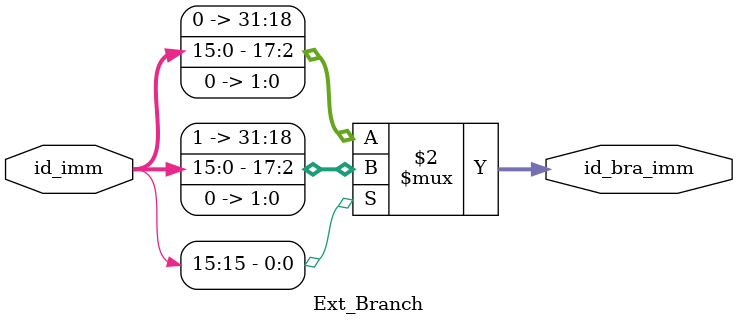
<source format=v>
module Ext_Branch(
	input [15:0]id_imm,
	output [31:0]id_bra_imm
);

	assign id_bra_imm = (id_imm[15]==1'b1) ? {2'b11, 12'hfff, id_imm , 2'b00} : {14'd0, id_imm, 2'b00};

endmodule
</source>
